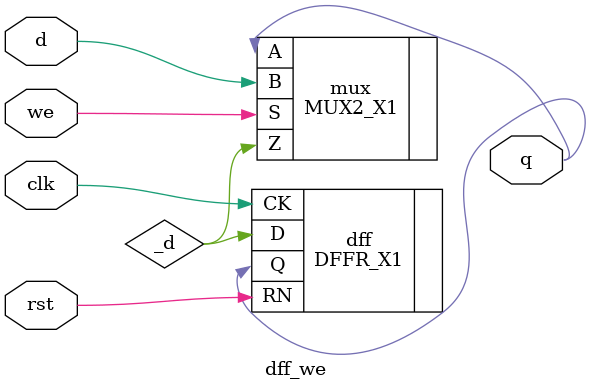
<source format=v>
module dff_we(
    input wire clk,
    input wire rst,
    input wire we,
    input wire d,
    output wire q
);
    wire _d;
    MUX2_X1 mux(.A(q), .B(d), .S(we), .Z(_d));
    // WARNING: ACTIVE LOW RESET
    DFFR_X1 dff(.D(_d), .RN(rst), .CK(clk), .Q(q));
endmodule
</source>
